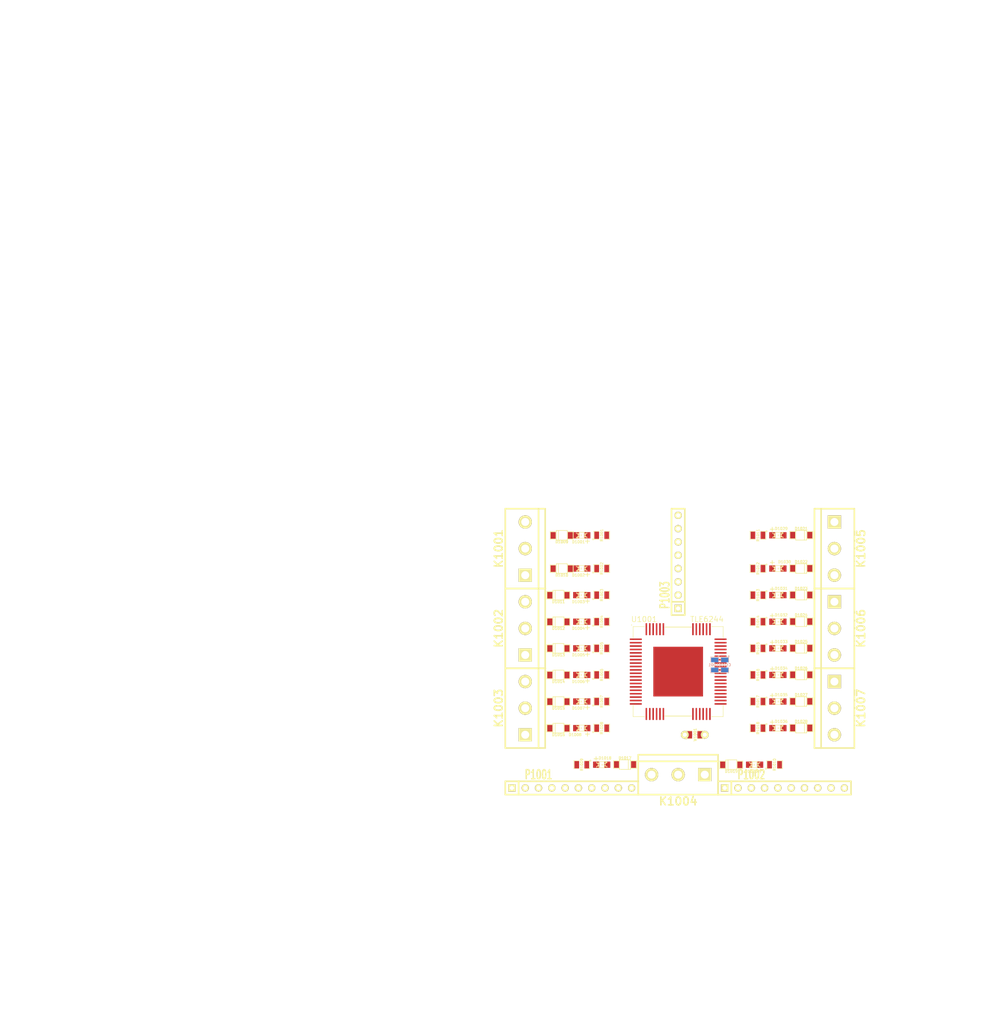
<source format=kicad_pcb>
(kicad_pcb (version 3) (host pcbnew "(2013-07-07 BZR 4022)-stable")
  (title_block (title "Breakout TLE6244") (rev R.01) (company http://rusefi.com/))
  (layers (15 F.Cu signal) (2 PWR power) (1 GND power) (0 B.Cu signal) (18 B.Paste user) (19 F.Paste user) (20 B.SilkS user) (21 F.SilkS user) (22 B.Mask user) (23 F.Mask user) (28 Edge.Cuts user))
  (net 0 "")
  (net 1 /5v)
  (net 2 /GNDmon)
  (net 3 /RST)
  (net 4 /SCK)
  (net 5 /SI)
  (net 6 /SO)
  (net 7 /SS)
  (net 8 /Ubatt)
  (net 9 /VDDmon)
  (net 10 /in01)
  (net 11 /in02)
  (net 12 /in03)
  (net 13 /in04)
  (net 14 /in05)
  (net 15 /in06)
  (net 16 /in07)
  (net 17 /in08)
  (net 18 /in09)
  (net 19 /in10)
  (net 20 /in11)
  (net 21 /in12)
  (net 22 /in13)
  (net 23 /in14)
  (net 24 /in15)
  (net 25 /in16)
  (net 26 /out01)
  (net 27 /out02)
  (net 28 /out03)
  (net 29 /out04)
  (net 30 /out05)
  (net 31 /out06)
  (net 32 /out07)
  (net 33 /out08)
  (net 34 /out09)
  (net 35 /out10)
  (net 36 /out11)
  (net 37 /out12)
  (net 38 /out13)
  (net 39 /out14)
  (net 40 /out15)
  (net 41 /out16)
  (net 42 /out17)
  (net 43 /out18)
  (net 44 GND)
  (net 45 N-0000030)
  (net 46 N-0000031)
  (net 47 N-0000032)
  (net 48 N-0000033)
  (net 49 N-0000035)
  (net 50 N-0000036)
  (net 51 N-0000043)
  (net 52 N-0000044)
  (net 53 N-0000045)
  (net 54 N-0000046)
  (net 55 N-0000047)
  (net 56 N-0000048)
  (net 57 N-0000064)
  (net 58 N-0000065)
  (net 59 N-0000066)
  (net 60 N-0000067)
  (net 61 N-0000068)
  (net 62 N-0000069)
  (net 63 N-0000070)
  (net 64 N-0000071)
  (net 65 N-0000072)
  (net 66 N-0000073)
  (net 67 N-0000074)
  (net 68 N-0000075)
  (net 69 N-0000076)
  (net 70 N-0000077)
  (net 71 N-0000078)
  (net 72 N-0000079)
  (net 73 N-0000080)
  (net 74 N-0000081)
  (net 75 N-0000082)
  (net 76 N-0000083)
  (net 77 N-0000084)
  (net 78 N-0000086)
  (net 79 N-0000087)
  (net 80 N-0000088)
  (module SOD-123 (layer F.Cu) (at 203.2 149.225 180)
    (fp_text reference D1014 (at 0 -1.27 180) (layer F.SilkS) (effects (font (size 0.508 0.508) (thickness 0.127))))
    (fp_text value DIODE hide)
    (pad 1 smd rect (at -1.6256 -0.0254 180) (size 0.9652 1.27) (layers F.Cu F.Paste F.Mask) (net 69 N-0000076))
    (pad 2 smd rect (at 1.651 -0.0254 180) (size 0.9652 1.27) (layers F.Cu F.Paste F.Mask) (net 38 /out13))
  )
  (module SOD-123 (layer F.Cu) (at 249.555 154.305)
    (fp_text reference D1027 (at 0 -1.27) (layer F.SilkS) (effects (font (size 0.508 0.508) (thickness 0.127))))
    (fp_text value DIODE hide)
    (pad 1 smd rect (at -1.6256 -0.0254) (size 0.9652 1.27) (layers F.Cu F.Paste F.Mask) (net 57 N-0000064))
    (pad 2 smd rect (at 1.651 -0.0254) (size 0.9652 1.27) (layers F.Cu F.Paste F.Mask) (net 31 /out06))
  )
  (module SOD-123 (layer F.Cu) (at 249.555 149.225)
    (fp_text reference D1026 (at 0 -1.27) (layer F.SilkS) (effects (font (size 0.508 0.508) (thickness 0.127))))
    (fp_text value DIODE hide)
    (pad 1 smd rect (at -1.6256 -0.0254) (size 0.9652 1.27) (layers F.Cu F.Paste F.Mask) (net 62 N-0000069))
    (pad 2 smd rect (at 1.651 -0.0254) (size 0.9652 1.27) (layers F.Cu F.Paste F.Mask) (net 39 /out14))
  )
  (module SOD-123 (layer F.Cu) (at 249.555 144.145)
    (fp_text reference D1025 (at 0 -1.27) (layer F.SilkS) (effects (font (size 0.508 0.508) (thickness 0.127))))
    (fp_text value DIODE hide)
    (pad 1 smd rect (at -1.6256 -0.0254) (size 0.9652 1.27) (layers F.Cu F.Paste F.Mask) (net 64 N-0000071))
    (pad 2 smd rect (at 1.651 -0.0254) (size 0.9652 1.27) (layers F.Cu F.Paste F.Mask) (net 29 /out04))
  )
  (module SOD-123 (layer F.Cu) (at 249.555 159.385)
    (fp_text reference D1028 (at 0 -1.27) (layer F.SilkS) (effects (font (size 0.508 0.508) (thickness 0.127))))
    (fp_text value DIODE hide)
    (pad 1 smd rect (at -1.6256 -0.0254) (size 0.9652 1.27) (layers F.Cu F.Paste F.Mask) (net 58 N-0000065))
    (pad 2 smd rect (at 1.651 -0.0254) (size 0.9652 1.27) (layers F.Cu F.Paste F.Mask) (net 35 /out10))
  )
  (module SOD-123 (layer F.Cu) (at 249.555 139.065)
    (fp_text reference D1024 (at 0 -1.27) (layer F.SilkS) (effects (font (size 0.508 0.508) (thickness 0.127))))
    (fp_text value DIODE hide)
    (pad 1 smd rect (at -1.6256 -0.0254) (size 0.9652 1.27) (layers F.Cu F.Paste F.Mask) (net 76 N-0000083))
    (pad 2 smd rect (at 1.651 -0.0254) (size 0.9652 1.27) (layers F.Cu F.Paste F.Mask) (net 27 /out02))
  )
  (module SOD-123 (layer F.Cu) (at 203.835 128.905 180)
    (fp_text reference D1010 (at 0 -1.27 180) (layer F.SilkS) (effects (font (size 0.508 0.508) (thickness 0.127))))
    (fp_text value DIODE hide)
    (pad 1 smd rect (at -1.6256 -0.0254 180) (size 0.9652 1.27) (layers F.Cu F.Paste F.Mask) (net 51 N-0000043))
    (pad 2 smd rect (at 1.651 -0.0254 180) (size 0.9652 1.27) (layers F.Cu F.Paste F.Mask) (net 40 /out15))
  )
  (module SOD-123 (layer F.Cu) (at 249.555 133.985)
    (fp_text reference D1023 (at 0 -1.27) (layer F.SilkS) (effects (font (size 0.508 0.508) (thickness 0.127))))
    (fp_text value DIODE hide)
    (pad 1 smd rect (at -1.6256 -0.0254) (size 0.9652 1.27) (layers F.Cu F.Paste F.Mask) (net 74 N-0000081))
    (pad 2 smd rect (at 1.651 -0.0254) (size 0.9652 1.27) (layers F.Cu F.Paste F.Mask) (net 37 /out12))
  )
  (module SOD-123 (layer F.Cu) (at 203.2 159.385 180)
    (fp_text reference D1016 (at 0 -1.27 180) (layer F.SilkS) (effects (font (size 0.508 0.508) (thickness 0.127))))
    (fp_text value DIODE hide)
    (pad 1 smd rect (at -1.6256 -0.0254 180) (size 0.9652 1.27) (layers F.Cu F.Paste F.Mask) (net 79 N-0000087))
    (pad 2 smd rect (at 1.651 -0.0254 180) (size 0.9652 1.27) (layers F.Cu F.Paste F.Mask) (net 34 /out09))
  )
  (module SOD-123 (layer F.Cu) (at 236.22 166.37 180)
    (fp_text reference D1019 (at 0 -1.27 180) (layer F.SilkS) (effects (font (size 0.508 0.508) (thickness 0.127))))
    (fp_text value DIODE hide)
    (pad 1 smd rect (at -1.6256 -0.0254 180) (size 0.9652 1.27) (layers F.Cu F.Paste F.Mask) (net 65 N-0000072))
    (pad 2 smd rect (at 1.651 -0.0254 180) (size 0.9652 1.27) (layers F.Cu F.Paste F.Mask) (net 43 /out18))
  )
  (module SOD-123 (layer F.Cu) (at 203.2 154.305 180)
    (fp_text reference D1015 (at 0 -1.27 180) (layer F.SilkS) (effects (font (size 0.508 0.508) (thickness 0.127))))
    (fp_text value DIODE hide)
    (pad 1 smd rect (at -1.6256 -0.0254 180) (size 0.9652 1.27) (layers F.Cu F.Paste F.Mask) (net 67 N-0000074))
    (pad 2 smd rect (at 1.651 -0.0254 180) (size 0.9652 1.27) (layers F.Cu F.Paste F.Mask) (net 30 /out05))
  )
  (module SOD-123 (layer F.Cu) (at 203.835 122.555 180)
    (fp_text reference D1009 (at 0 -1.27 180) (layer F.SilkS) (effects (font (size 0.508 0.508) (thickness 0.127))))
    (fp_text value DIODE hide)
    (pad 1 smd rect (at -1.6256 -0.0254 180) (size 0.9652 1.27) (layers F.Cu F.Paste F.Mask) (net 47 N-0000032))
    (pad 2 smd rect (at 1.651 -0.0254 180) (size 0.9652 1.27) (layers F.Cu F.Paste F.Mask) (net 32 /out07))
  )
  (module SOD-123 (layer F.Cu) (at 203.2 144.145 180)
    (fp_text reference D1013 (at 0 -1.27 180) (layer F.SilkS) (effects (font (size 0.508 0.508) (thickness 0.127))))
    (fp_text value DIODE hide)
    (pad 1 smd rect (at -1.6256 -0.0254 180) (size 0.9652 1.27) (layers F.Cu F.Paste F.Mask) (net 66 N-0000073))
    (pad 2 smd rect (at 1.651 -0.0254 180) (size 0.9652 1.27) (layers F.Cu F.Paste F.Mask) (net 28 /out03))
  )
  (module SOD-123 (layer F.Cu) (at 203.2 139.065 180)
    (fp_text reference D1012 (at 0 -1.27 180) (layer F.SilkS) (effects (font (size 0.508 0.508) (thickness 0.127))))
    (fp_text value DIODE hide)
    (pad 1 smd rect (at -1.6256 -0.0254 180) (size 0.9652 1.27) (layers F.Cu F.Paste F.Mask) (net 72 N-0000079))
    (pad 2 smd rect (at 1.651 -0.0254 180) (size 0.9652 1.27) (layers F.Cu F.Paste F.Mask) (net 26 /out01))
  )
  (module SOD-123 (layer F.Cu) (at 203.2 133.985 180)
    (fp_text reference D1011 (at 0 -1.27 180) (layer F.SilkS) (effects (font (size 0.508 0.508) (thickness 0.127))))
    (fp_text value DIODE hide)
    (pad 1 smd rect (at -1.6256 -0.0254 180) (size 0.9652 1.27) (layers F.Cu F.Paste F.Mask) (net 52 N-0000044))
    (pad 2 smd rect (at 1.651 -0.0254 180) (size 0.9652 1.27) (layers F.Cu F.Paste F.Mask) (net 36 /out11))
  )
  (module SOD-123 (layer F.Cu) (at 215.9 166.37)
    (fp_text reference D1017 (at 0 -1.27) (layer F.SilkS) (effects (font (size 0.508 0.508) (thickness 0.127))))
    (fp_text value DIODE hide)
    (pad 1 smd rect (at -1.6256 -0.0254) (size 0.9652 1.27) (layers F.Cu F.Paste F.Mask) (net 49 N-0000035))
    (pad 2 smd rect (at 1.651 -0.0254) (size 0.9652 1.27) (layers F.Cu F.Paste F.Mask) (net 42 /out17))
  )
  (module SOD-123 (layer F.Cu) (at 249.555 128.905)
    (fp_text reference D1022 (at 0 -1.27) (layer F.SilkS) (effects (font (size 0.508 0.508) (thickness 0.127))))
    (fp_text value DIODE hide)
    (pad 1 smd rect (at -1.6256 -0.0254) (size 0.9652 1.27) (layers F.Cu F.Paste F.Mask) (net 54 N-0000046))
    (pad 2 smd rect (at 1.651 -0.0254) (size 0.9652 1.27) (layers F.Cu F.Paste F.Mask) (net 41 /out16))
  )
  (module SOD-123 (layer F.Cu) (at 249.555 122.555)
    (fp_text reference D1021 (at 0 -1.27) (layer F.SilkS) (effects (font (size 0.508 0.508) (thickness 0.127))))
    (fp_text value DIODE hide)
    (pad 1 smd rect (at -1.6256 -0.0254) (size 0.9652 1.27) (layers F.Cu F.Paste F.Mask) (net 45 N-0000030))
    (pad 2 smd rect (at 1.651 -0.0254) (size 0.9652 1.27) (layers F.Cu F.Paste F.Mask) (net 33 /out08))
  )
  (module SM0805_jumper (layer F.Cu) (at 229.235 160.655)
    (fp_text reference W1001 (at 0.0635 0 90) (layer F.SilkS) (effects (font (size 0.508 0.508) (thickness 0.127))))
    (fp_text value TEST hide)
    (pad 2 smd rect (at 1.27 0) (size 1.524 0.2032) (layers F.Cu F.Paste F.Mask) (net 2 /GNDmon))
    (pad 1 smd rect (at -0.9525 0) (size 0.889 1.397) (layers F.Cu F.Paste F.Mask) (net 44 GND))
    (pad 2 smd rect (at 0.9525 0) (size 0.889 1.397) (layers F.Cu F.Paste F.Mask) (net 2 /GNDmon))
    (pad 2 thru_hole circle (at 1.905 0) (size 1.524 1.524) (drill 0.8128) (layers *.Cu *.Mask F.SilkS) (net 2 /GNDmon))
    (pad 1 thru_hole circle (at -1.905 0) (size 1.524 1.524) (drill 0.8128) (layers *.Cu *.Mask F.SilkS) (net 44 GND))
    (pad 1 smd rect (at -1.27 0) (size 1.524 0.2032) (layers F.Cu F.Paste F.Mask) (net 44 GND))
  )
  (module SM0805 (layer F.Cu) (at 241.3 133.985 180)
    (fp_text reference R1013 (at 0 0 270) (layer F.SilkS) (effects (font (size 0.50038 0.50038) (thickness 0.10922))))
    (fp_text value 1K hide)
    (pad 1 smd rect (at -0.9525 0 180) (size 0.889 1.397) (layers F.Cu F.Paste F.Mask) (net 78 N-0000086))
    (pad 2 smd rect (at 0.9525 0 180) (size 0.889 1.397) (layers F.Cu F.Paste F.Mask) (net 1 /5v))
  )
  (module SM0805 (layer F.Cu) (at 241.3 154.305 180)
    (fp_text reference R1017 (at 0 0 270) (layer F.SilkS) (effects (font (size 0.50038 0.50038) (thickness 0.10922))))
    (fp_text value 1K hide)
    (pad 1 smd rect (at -0.9525 0 180) (size 0.889 1.397) (layers F.Cu F.Paste F.Mask) (net 61 N-0000068))
    (pad 2 smd rect (at 0.9525 0 180) (size 0.889 1.397) (layers F.Cu F.Paste F.Mask) (net 1 /5v))
  )
  (module SM0805 (layer F.Cu) (at 207.645 166.37 180)
    (fp_text reference R1009 (at 0 0 270) (layer F.SilkS) (effects (font (size 0.50038 0.50038) (thickness 0.10922))))
    (fp_text value 1K hide)
    (pad 1 smd rect (at -0.9525 0 180) (size 0.889 1.397) (layers F.Cu F.Paste F.Mask) (net 50 N-0000036))
    (pad 2 smd rect (at 0.9525 0 180) (size 0.889 1.397) (layers F.Cu F.Paste F.Mask) (net 1 /5v))
  )
  (module SM0805 (layer F.Cu) (at 241.3 159.385 180)
    (fp_text reference R1018 (at 0 0 270) (layer F.SilkS) (effects (font (size 0.50038 0.50038) (thickness 0.10922))))
    (fp_text value 1K hide)
    (pad 1 smd rect (at -0.9525 0 180) (size 0.889 1.397) (layers F.Cu F.Paste F.Mask) (net 59 N-0000066))
    (pad 2 smd rect (at 0.9525 0 180) (size 0.889 1.397) (layers F.Cu F.Paste F.Mask) (net 1 /5v))
  )
  (module SM0805 (layer F.Cu) (at 241.3 149.225 180)
    (fp_text reference R1016 (at 0 0 270) (layer F.SilkS) (effects (font (size 0.50038 0.50038) (thickness 0.10922))))
    (fp_text value 1K hide)
    (pad 1 smd rect (at -0.9525 0 180) (size 0.889 1.397) (layers F.Cu F.Paste F.Mask) (net 63 N-0000070))
    (pad 2 smd rect (at 0.9525 0 180) (size 0.889 1.397) (layers F.Cu F.Paste F.Mask) (net 1 /5v))
  )
  (module SM0805 (layer F.Cu) (at 241.3 144.145 180)
    (fp_text reference R1015 (at 0 0 270) (layer F.SilkS) (effects (font (size 0.50038 0.50038) (thickness 0.10922))))
    (fp_text value 1K hide)
    (pad 1 smd rect (at -0.9525 0 180) (size 0.889 1.397) (layers F.Cu F.Paste F.Mask) (net 75 N-0000082))
    (pad 2 smd rect (at 0.9525 0 180) (size 0.889 1.397) (layers F.Cu F.Paste F.Mask) (net 1 /5v))
  )
  (module SM0805 (layer F.Cu) (at 211.455 128.905)
    (fp_text reference R1002 (at 0 0 90) (layer F.SilkS) (effects (font (size 0.50038 0.50038) (thickness 0.10922))))
    (fp_text value 1K hide)
    (pad 1 smd rect (at -0.9525 0) (size 0.889 1.397) (layers F.Cu F.Paste F.Mask) (net 56 N-0000048))
    (pad 2 smd rect (at 0.9525 0) (size 0.889 1.397) (layers F.Cu F.Paste F.Mask) (net 1 /5v))
  )
  (module SM0805 (layer B.Cu) (at 233.045 147.32 270)
    (fp_text reference C1001 (at 0 0 540) (layer B.SilkS) (effects (font (size 0.50038 0.50038) (thickness 0.10922)) (justify mirror)))
    (fp_text value 1uF hide)
    (pad 1 smd rect (at -0.9525 0 270) (size 0.889 1.397) (layers B.Cu B.Paste B.Mask) (net 1 /5v))
    (pad 2 smd rect (at 0.9525 0 270) (size 0.889 1.397) (layers B.Cu B.Paste B.Mask) (net 44 GND))
  )
  (module SM0805 (layer F.Cu) (at 241.3 139.065 180)
    (fp_text reference R1014 (at 0 0 270) (layer F.SilkS) (effects (font (size 0.50038 0.50038) (thickness 0.10922))))
    (fp_text value 1K hide)
    (pad 1 smd rect (at -0.9525 0 180) (size 0.889 1.397) (layers F.Cu F.Paste F.Mask) (net 77 N-0000084))
    (pad 2 smd rect (at 0.9525 0 180) (size 0.889 1.397) (layers F.Cu F.Paste F.Mask) (net 1 /5v))
  )
  (module SM0805 (layer F.Cu) (at 241.3 128.905 180)
    (fp_text reference R1012 (at 0 0 270) (layer F.SilkS) (effects (font (size 0.50038 0.50038) (thickness 0.10922))))
    (fp_text value 1K hide)
    (pad 1 smd rect (at -0.9525 0 180) (size 0.889 1.397) (layers F.Cu F.Paste F.Mask) (net 55 N-0000047))
    (pad 2 smd rect (at 0.9525 0 180) (size 0.889 1.397) (layers F.Cu F.Paste F.Mask) (net 1 /5v))
  )
  (module SM0805 (layer F.Cu) (at 244.475 166.37)
    (fp_text reference R1010 (at 0 0 90) (layer F.SilkS) (effects (font (size 0.50038 0.50038) (thickness 0.10922))))
    (fp_text value 1K hide)
    (pad 1 smd rect (at -0.9525 0) (size 0.889 1.397) (layers F.Cu F.Paste F.Mask) (net 60 N-0000067))
    (pad 2 smd rect (at 0.9525 0) (size 0.889 1.397) (layers F.Cu F.Paste F.Mask) (net 1 /5v))
  )
  (module SM0805 (layer B.Cu) (at 234.95 147.32 270)
    (fp_text reference C1002 (at 0 0 540) (layer B.SilkS) (effects (font (size 0.50038 0.50038) (thickness 0.10922)) (justify mirror)))
    (fp_text value .01uF hide)
    (pad 1 smd rect (at -0.9525 0 270) (size 0.889 1.397) (layers B.Cu B.Paste B.Mask) (net 1 /5v))
    (pad 2 smd rect (at 0.9525 0 270) (size 0.889 1.397) (layers B.Cu B.Paste B.Mask) (net 44 GND))
  )
  (module SM0805 (layer F.Cu) (at 211.455 159.385)
    (fp_text reference R1008 (at 0 0 90) (layer F.SilkS) (effects (font (size 0.50038 0.50038) (thickness 0.10922))))
    (fp_text value 1K hide)
    (pad 1 smd rect (at -0.9525 0) (size 0.889 1.397) (layers F.Cu F.Paste F.Mask) (net 80 N-0000088))
    (pad 2 smd rect (at 0.9525 0) (size 0.889 1.397) (layers F.Cu F.Paste F.Mask) (net 1 /5v))
  )
  (module SM0805 (layer F.Cu) (at 211.455 133.985)
    (fp_text reference R1003 (at 0 0 90) (layer F.SilkS) (effects (font (size 0.50038 0.50038) (thickness 0.10922))))
    (fp_text value 1K hide)
    (pad 1 smd rect (at -0.9525 0) (size 0.889 1.397) (layers F.Cu F.Paste F.Mask) (net 53 N-0000045))
    (pad 2 smd rect (at 0.9525 0) (size 0.889 1.397) (layers F.Cu F.Paste F.Mask) (net 1 /5v))
  )
  (module SM0805 (layer F.Cu) (at 211.455 122.555)
    (fp_text reference R1001 (at 0 0 90) (layer F.SilkS) (effects (font (size 0.50038 0.50038) (thickness 0.10922))))
    (fp_text value 1K hide)
    (pad 1 smd rect (at -0.9525 0) (size 0.889 1.397) (layers F.Cu F.Paste F.Mask) (net 48 N-0000033))
    (pad 2 smd rect (at 0.9525 0) (size 0.889 1.397) (layers F.Cu F.Paste F.Mask) (net 1 /5v))
  )
  (module SM0805 (layer F.Cu) (at 211.455 154.305)
    (fp_text reference R1007 (at 0 0 90) (layer F.SilkS) (effects (font (size 0.50038 0.50038) (thickness 0.10922))))
    (fp_text value 1K hide)
    (pad 1 smd rect (at -0.9525 0) (size 0.889 1.397) (layers F.Cu F.Paste F.Mask) (net 68 N-0000075))
    (pad 2 smd rect (at 0.9525 0) (size 0.889 1.397) (layers F.Cu F.Paste F.Mask) (net 1 /5v))
  )
  (module SM0805 (layer F.Cu) (at 211.455 149.225)
    (fp_text reference R1006 (at 0 0 90) (layer F.SilkS) (effects (font (size 0.50038 0.50038) (thickness 0.10922))))
    (fp_text value 1K hide)
    (pad 1 smd rect (at -0.9525 0) (size 0.889 1.397) (layers F.Cu F.Paste F.Mask) (net 70 N-0000077))
    (pad 2 smd rect (at 0.9525 0) (size 0.889 1.397) (layers F.Cu F.Paste F.Mask) (net 1 /5v))
  )
  (module SM0805 (layer F.Cu) (at 241.3 122.555 180)
    (fp_text reference R1011 (at 0 0 270) (layer F.SilkS) (effects (font (size 0.50038 0.50038) (thickness 0.10922))))
    (fp_text value 1K hide)
    (pad 1 smd rect (at -0.9525 0 180) (size 0.889 1.397) (layers F.Cu F.Paste F.Mask) (net 46 N-0000031))
    (pad 2 smd rect (at 0.9525 0 180) (size 0.889 1.397) (layers F.Cu F.Paste F.Mask) (net 1 /5v))
  )
  (module SM0805 (layer F.Cu) (at 211.455 144.145)
    (fp_text reference R1005 (at 0 0 90) (layer F.SilkS) (effects (font (size 0.50038 0.50038) (thickness 0.10922))))
    (fp_text value 1K hide)
    (pad 1 smd rect (at -0.9525 0) (size 0.889 1.397) (layers F.Cu F.Paste F.Mask) (net 71 N-0000078))
    (pad 2 smd rect (at 0.9525 0) (size 0.889 1.397) (layers F.Cu F.Paste F.Mask) (net 1 /5v))
  )
  (module SM0805 (layer F.Cu) (at 211.455 139.065)
    (fp_text reference R1004 (at 0 0 90) (layer F.SilkS) (effects (font (size 0.50038 0.50038) (thickness 0.10922))))
    (fp_text value 1K hide)
    (pad 1 smd rect (at -0.9525 0) (size 0.889 1.397) (layers F.Cu F.Paste F.Mask) (net 73 N-0000080))
    (pad 2 smd rect (at 0.9525 0) (size 0.889 1.397) (layers F.Cu F.Paste F.Mask) (net 1 /5v))
  )
  (module SIL-8 (layer F.Cu) (at 226.06 127.635 90)
    (fp_text reference P1003 (at -6.35 -2.54 90) (layer F.SilkS) (effects (font (size 1.72974 1.08712) (thickness 0.3048))))
    (fp_text value CONN_8 hide)
    (pad 1 thru_hole rect (at -8.89 0 90) (size 1.397 1.397) (drill 0.8128) (layers *.Cu *.Mask F.SilkS) (net 7 /SS))
    (pad 2 thru_hole circle (at -6.35 0 90) (size 1.397 1.397) (drill 0.8128) (layers *.Cu *.Mask F.SilkS) (net 5 /SI))
    (pad 3 thru_hole circle (at -3.81 0 90) (size 1.397 1.397) (drill 0.8128) (layers *.Cu *.Mask F.SilkS) (net 4 /SCK))
    (pad 4 thru_hole circle (at -1.27 0 90) (size 1.397 1.397) (drill 0.8128) (layers *.Cu *.Mask F.SilkS) (net 6 /SO))
    (pad 5 thru_hole circle (at 1.27 0 90) (size 1.397 1.397) (drill 0.8128) (layers *.Cu *.Mask F.SilkS) (net 44 GND))
    (pad 6 thru_hole circle (at 3.81 0 90) (size 1.397 1.397) (drill 0.8128) (layers *.Cu *.Mask F.SilkS) (net 3 /RST))
    (pad 7 thru_hole circle (at 6.35 0 90) (size 1.397 1.397) (drill 0.8128) (layers *.Cu *.Mask F.SilkS) (net 9 /VDDmon))
    (pad 8 thru_hole circle (at 8.89 0 90) (size 1.397 1.397) (drill 0.8128) (layers *.Cu *.Mask F.SilkS))
  )
  (module SIL-10 (layer F.Cu) (at 205.74 170.815)
    (fp_text reference P1001 (at -6.35 -2.54) (layer F.SilkS) (effects (font (size 1.72974 1.08712) (thickness 0.3048))))
    (fp_text value CONN_10 hide)
    (pad 1 thru_hole rect (at -11.43 0) (size 1.397 1.397) (drill 0.8128) (layers *.Cu *.Mask F.SilkS) (net 20 /in11))
    (pad 2 thru_hole circle (at -8.89 0) (size 1.397 1.397) (drill 0.8128) (layers *.Cu *.Mask F.SilkS) (net 21 /in12))
    (pad 3 thru_hole circle (at -6.35 0) (size 1.397 1.397) (drill 0.8128) (layers *.Cu *.Mask F.SilkS) (net 22 /in13))
    (pad 4 thru_hole circle (at -3.81 0) (size 1.397 1.397) (drill 0.8128) (layers *.Cu *.Mask F.SilkS) (net 23 /in14))
    (pad 5 thru_hole circle (at -1.27 0) (size 1.397 1.397) (drill 0.8128) (layers *.Cu *.Mask F.SilkS) (net 24 /in15))
    (pad 6 thru_hole circle (at 1.27 0) (size 1.397 1.397) (drill 0.8128) (layers *.Cu *.Mask F.SilkS) (net 25 /in16))
    (pad 7 thru_hole circle (at 3.81 0) (size 1.397 1.397) (drill 0.8128) (layers *.Cu *.Mask F.SilkS))
    (pad 8 thru_hole circle (at 6.35 0) (size 1.397 1.397) (drill 0.8128) (layers *.Cu *.Mask F.SilkS))
    (pad 9 thru_hole circle (at 8.89 0) (size 1.397 1.397) (drill 0.8128) (layers *.Cu *.Mask F.SilkS) (net 44 GND))
    (pad 10 thru_hole circle (at 11.43 0) (size 1.397 1.397) (drill 0.8128) (layers *.Cu *.Mask F.SilkS) (net 1 /5v))
  )
  (module SIL-10 (layer F.Cu) (at 246.38 170.815)
    (fp_text reference P1002 (at -6.35 -2.54) (layer F.SilkS) (effects (font (size 1.72974 1.08712) (thickness 0.3048))))
    (fp_text value CONN_10 hide)
    (pad 1 thru_hole rect (at -11.43 0) (size 1.397 1.397) (drill 0.8128) (layers *.Cu *.Mask F.SilkS) (net 10 /in01))
    (pad 2 thru_hole circle (at -8.89 0) (size 1.397 1.397) (drill 0.8128) (layers *.Cu *.Mask F.SilkS) (net 11 /in02))
    (pad 3 thru_hole circle (at -6.35 0) (size 1.397 1.397) (drill 0.8128) (layers *.Cu *.Mask F.SilkS) (net 12 /in03))
    (pad 4 thru_hole circle (at -3.81 0) (size 1.397 1.397) (drill 0.8128) (layers *.Cu *.Mask F.SilkS) (net 13 /in04))
    (pad 5 thru_hole circle (at -1.27 0) (size 1.397 1.397) (drill 0.8128) (layers *.Cu *.Mask F.SilkS) (net 14 /in05))
    (pad 6 thru_hole circle (at 1.27 0) (size 1.397 1.397) (drill 0.8128) (layers *.Cu *.Mask F.SilkS) (net 15 /in06))
    (pad 7 thru_hole circle (at 3.81 0) (size 1.397 1.397) (drill 0.8128) (layers *.Cu *.Mask F.SilkS) (net 16 /in07))
    (pad 8 thru_hole circle (at 6.35 0) (size 1.397 1.397) (drill 0.8128) (layers *.Cu *.Mask F.SilkS) (net 17 /in08))
    (pad 9 thru_hole circle (at 8.89 0) (size 1.397 1.397) (drill 0.8128) (layers *.Cu *.Mask F.SilkS) (net 18 /in09))
    (pad 10 thru_hole circle (at 11.43 0) (size 1.397 1.397) (drill 0.8128) (layers *.Cu *.Mask F.SilkS) (net 19 /in10))
  )
  (module LED-0805_A (layer F.Cu) (at 211.455 166.37)
    (fp_text reference D1018 (at 0.635 -1.27) (layer F.SilkS) (effects (font (size 0.508 0.508) (thickness 0.10922))))
    (fp_text value LED-red hide)
    (pad 1 smd rect (at -1.04902 0) (size 1.19888 1.19888) (layers F.Cu F.Paste F.Mask) (net 50 N-0000036))
    (pad 2 smd rect (at 1.04902 0) (size 1.19888 1.19888) (layers F.Cu F.Paste F.Mask) (net 49 N-0000035))
  )
  (module LED-0805_A (layer F.Cu) (at 245.11 122.555)
    (fp_text reference D1029 (at 0.635 -1.27) (layer F.SilkS) (effects (font (size 0.508 0.508) (thickness 0.10922))))
    (fp_text value LED-red hide)
    (pad 1 smd rect (at -1.04902 0) (size 1.19888 1.19888) (layers F.Cu F.Paste F.Mask) (net 46 N-0000031))
    (pad 2 smd rect (at 1.04902 0) (size 1.19888 1.19888) (layers F.Cu F.Paste F.Mask) (net 45 N-0000030))
  )
  (module LED-0805_A (layer F.Cu) (at 207.645 144.145 180)
    (fp_text reference D1005 (at 0.635 -1.27 180) (layer F.SilkS) (effects (font (size 0.508 0.508) (thickness 0.10922))))
    (fp_text value LED-red hide)
    (pad 1 smd rect (at -1.04902 0 180) (size 1.19888 1.19888) (layers F.Cu F.Paste F.Mask) (net 71 N-0000078))
    (pad 2 smd rect (at 1.04902 0 180) (size 1.19888 1.19888) (layers F.Cu F.Paste F.Mask) (net 66 N-0000073))
  )
  (module LED-0805_A (layer F.Cu) (at 207.645 149.225 180)
    (fp_text reference D1006 (at 0.635 -1.27 180) (layer F.SilkS) (effects (font (size 0.508 0.508) (thickness 0.10922))))
    (fp_text value LED-red hide)
    (pad 1 smd rect (at -1.04902 0 180) (size 1.19888 1.19888) (layers F.Cu F.Paste F.Mask) (net 70 N-0000077))
    (pad 2 smd rect (at 1.04902 0 180) (size 1.19888 1.19888) (layers F.Cu F.Paste F.Mask) (net 69 N-0000076))
  )
  (module LED-0805_A (layer F.Cu) (at 207.645 122.555 180)
    (fp_text reference D1001 (at 0.635 -1.27 180) (layer F.SilkS) (effects (font (size 0.508 0.508) (thickness 0.10922))))
    (fp_text value LED-red hide)
    (pad 1 smd rect (at -1.04902 0 180) (size 1.19888 1.19888) (layers F.Cu F.Paste F.Mask) (net 48 N-0000033))
    (pad 2 smd rect (at 1.04902 0 180) (size 1.19888 1.19888) (layers F.Cu F.Paste F.Mask) (net 47 N-0000032))
  )
  (module LED-0805_A (layer F.Cu) (at 207.645 154.305 180)
    (fp_text reference D1007 (at 0.635 -1.27 180) (layer F.SilkS) (effects (font (size 0.508 0.508) (thickness 0.10922))))
    (fp_text value LED-red hide)
    (pad 1 smd rect (at -1.04902 0 180) (size 1.19888 1.19888) (layers F.Cu F.Paste F.Mask) (net 68 N-0000075))
    (pad 2 smd rect (at 1.04902 0 180) (size 1.19888 1.19888) (layers F.Cu F.Paste F.Mask) (net 67 N-0000074))
  )
  (module LED-0805_A (layer F.Cu) (at 207.645 139.065 180)
    (fp_text reference D1004 (at 0.635 -1.27 180) (layer F.SilkS) (effects (font (size 0.508 0.508) (thickness 0.10922))))
    (fp_text value LED-red hide)
    (pad 1 smd rect (at -1.04902 0 180) (size 1.19888 1.19888) (layers F.Cu F.Paste F.Mask) (net 73 N-0000080))
    (pad 2 smd rect (at 1.04902 0 180) (size 1.19888 1.19888) (layers F.Cu F.Paste F.Mask) (net 72 N-0000079))
  )
  (module LED-0805_A (layer F.Cu) (at 207.645 133.985 180)
    (fp_text reference D1003 (at 0.635 -1.27 180) (layer F.SilkS) (effects (font (size 0.508 0.508) (thickness 0.10922))))
    (fp_text value LED-red hide)
    (pad 1 smd rect (at -1.04902 0 180) (size 1.19888 1.19888) (layers F.Cu F.Paste F.Mask) (net 53 N-0000045))
    (pad 2 smd rect (at 1.04902 0 180) (size 1.19888 1.19888) (layers F.Cu F.Paste F.Mask) (net 52 N-0000044))
  )
  (module LED-0805_A (layer F.Cu) (at 245.11 128.905)
    (fp_text reference D1030 (at 1.27 -1.27) (layer F.SilkS) (effects (font (size 0.508 0.508) (thickness 0.10922))))
    (fp_text value LED-red hide)
    (pad 1 smd rect (at -1.04902 0) (size 1.19888 1.19888) (layers F.Cu F.Paste F.Mask) (net 55 N-0000047))
    (pad 2 smd rect (at 1.04902 0) (size 1.19888 1.19888) (layers F.Cu F.Paste F.Mask) (net 54 N-0000046))
  )
  (module LED-0805_A (layer F.Cu) (at 207.645 128.905 180)
    (fp_text reference D1002 (at 0.635 -1.27 180) (layer F.SilkS) (effects (font (size 0.508 0.508) (thickness 0.10922))))
    (fp_text value LED-red hide)
    (pad 1 smd rect (at -1.04902 0 180) (size 1.19888 1.19888) (layers F.Cu F.Paste F.Mask) (net 56 N-0000048))
    (pad 2 smd rect (at 1.04902 0 180) (size 1.19888 1.19888) (layers F.Cu F.Paste F.Mask) (net 51 N-0000043))
  )
  (module LED-0805_A (layer F.Cu) (at 245.11 154.305)
    (fp_text reference D1035 (at 0.635 -1.27) (layer F.SilkS) (effects (font (size 0.508 0.508) (thickness 0.10922))))
    (fp_text value LED-red hide)
    (pad 1 smd rect (at -1.04902 0) (size 1.19888 1.19888) (layers F.Cu F.Paste F.Mask) (net 61 N-0000068))
    (pad 2 smd rect (at 1.04902 0) (size 1.19888 1.19888) (layers F.Cu F.Paste F.Mask) (net 57 N-0000064))
  )
  (module LED-0805_A (layer F.Cu) (at 207.645 159.385 180)
    (fp_text reference D1008 (at 1.27 -1.27 180) (layer F.SilkS) (effects (font (size 0.508 0.508) (thickness 0.10922))))
    (fp_text value LED-red hide)
    (pad 1 smd rect (at -1.04902 0 180) (size 1.19888 1.19888) (layers F.Cu F.Paste F.Mask) (net 80 N-0000088))
    (pad 2 smd rect (at 1.04902 0 180) (size 1.19888 1.19888) (layers F.Cu F.Paste F.Mask) (net 79 N-0000087))
  )
  (module LED-0805_A (layer F.Cu) (at 240.665 166.37 180)
    (fp_text reference D1020 (at 0.635 -1.27 180) (layer F.SilkS) (effects (font (size 0.508 0.508) (thickness 0.10922))))
    (fp_text value LED-red hide)
    (pad 1 smd rect (at -1.04902 0 180) (size 1.19888 1.19888) (layers F.Cu F.Paste F.Mask) (net 60 N-0000067))
    (pad 2 smd rect (at 1.04902 0 180) (size 1.19888 1.19888) (layers F.Cu F.Paste F.Mask) (net 65 N-0000072))
  )
  (module LED-0805_A (layer F.Cu) (at 245.11 133.985)
    (fp_text reference D1031 (at 0.635 -1.27) (layer F.SilkS) (effects (font (size 0.508 0.508) (thickness 0.10922))))
    (fp_text value LED-red hide)
    (pad 1 smd rect (at -1.04902 0) (size 1.19888 1.19888) (layers F.Cu F.Paste F.Mask) (net 78 N-0000086))
    (pad 2 smd rect (at 1.04902 0) (size 1.19888 1.19888) (layers F.Cu F.Paste F.Mask) (net 74 N-0000081))
  )
  (module LED-0805_A (layer F.Cu) (at 245.11 139.065)
    (fp_text reference D1032 (at 0.635 -1.27) (layer F.SilkS) (effects (font (size 0.508 0.508) (thickness 0.10922))))
    (fp_text value LED-red hide)
    (pad 1 smd rect (at -1.04902 0) (size 1.19888 1.19888) (layers F.Cu F.Paste F.Mask) (net 77 N-0000084))
    (pad 2 smd rect (at 1.04902 0) (size 1.19888 1.19888) (layers F.Cu F.Paste F.Mask) (net 76 N-0000083))
  )
  (module LED-0805_A (layer F.Cu) (at 245.11 144.145)
    (fp_text reference D1033 (at 0.635 -1.27) (layer F.SilkS) (effects (font (size 0.508 0.508) (thickness 0.10922))))
    (fp_text value LED-red hide)
    (pad 1 smd rect (at -1.04902 0) (size 1.19888 1.19888) (layers F.Cu F.Paste F.Mask) (net 75 N-0000082))
    (pad 2 smd rect (at 1.04902 0) (size 1.19888 1.19888) (layers F.Cu F.Paste F.Mask) (net 64 N-0000071))
  )
  (module LED-0805_A (layer F.Cu) (at 245.11 159.385)
    (fp_text reference D1036 (at 0.635 -1.27) (layer F.SilkS) (effects (font (size 0.508 0.508) (thickness 0.10922))))
    (fp_text value LED-red hide)
    (pad 1 smd rect (at -1.04902 0) (size 1.19888 1.19888) (layers F.Cu F.Paste F.Mask) (net 59 N-0000066))
    (pad 2 smd rect (at 1.04902 0) (size 1.19888 1.19888) (layers F.Cu F.Paste F.Mask) (net 58 N-0000065))
  )
  (module LED-0805_A (layer F.Cu) (at 245.11 149.225)
    (fp_text reference D1034 (at 0.635 -1.27) (layer F.SilkS) (effects (font (size 0.508 0.508) (thickness 0.10922))))
    (fp_text value LED-red hide)
    (pad 1 smd rect (at -1.04902 0) (size 1.19888 1.19888) (layers F.Cu F.Paste F.Mask) (net 63 N-0000070))
    (pad 2 smd rect (at 1.04902 0) (size 1.19888 1.19888) (layers F.Cu F.Paste F.Mask) (net 62 N-0000069))
  )
  (module HiQUAD64 (layer F.Cu) (at 226.06 148.59)
    (fp_text reference U1001 (at -6.5 -10) (layer F.SilkS) (effects (font (size 1.016 1.016) (thickness 0.127))))
    (fp_text value TLE6244 (at 5.5 -10) (layer F.SilkS) (effects (font (size 1.016 1.016) (thickness 0.127))))
    (pad 1 smd rect (at -8.09752 -6.17474 90) (size 0.29972 2.286) (layers F.Cu F.Paste F.Mask) (net 24 /in15))
    (pad 2 smd rect (at -8.09752 -5.5245 90) (size 0.29972 2.286) (layers F.Cu F.Paste F.Mask) (net 40 /out15))
    (pad 3 smd rect (at -8.09752 -4.87426 90) (size 0.29972 2.286) (layers F.Cu F.Paste F.Mask) (net 40 /out15))
    (pad 4 smd rect (at -8.09752 -4.22402 90) (size 0.29972 2.286) (layers F.Cu F.Paste F.Mask) (net 36 /out11))
    (pad 5 smd rect (at -8.09752 -3.57378 90) (size 0.29972 2.286) (layers F.Cu F.Paste F.Mask) (net 20 /in11))
    (pad 6 smd rect (at -8.09752 -2.92354 90) (size 0.29972 2.286) (layers F.Cu F.Paste F.Mask) (net 14 /in05))
    (pad 7 smd rect (at -8.09752 -2.2733 90) (size 0.29972 2.286) (layers F.Cu F.Paste F.Mask) (net 10 /in01))
    (pad 8 smd rect (at -8.09752 -1.62306 90) (size 0.29972 2.286) (layers F.Cu F.Paste F.Mask) (net 26 /out01))
    (pad 9 smd rect (at -8.09752 -0.97282 90) (size 0.29972 2.286) (layers F.Cu F.Paste F.Mask) (net 28 /out03))
    (pad 10 smd rect (at -8.09752 -0.32258 90) (size 0.29972 2.286) (layers F.Cu F.Paste F.Mask) (net 12 /in03))
    (pad 11 smd rect (at -8.09752 0.32258 90) (size 0.29972 2.286) (layers F.Cu F.Paste F.Mask) (net 44 GND))
    (pad 12 smd rect (at -8.09752 0.97282 90) (size 0.29972 2.286) (layers F.Cu F.Paste F.Mask) (net 44 GND))
    (pad 13 smd rect (at -8.09752 1.62306 90) (size 0.29972 2.286) (layers F.Cu F.Paste F.Mask) (net 22 /in13))
    (pad 14 smd rect (at -8.09752 2.2733 90) (size 0.29972 2.286) (layers F.Cu F.Paste F.Mask) (net 38 /out13))
    (pad 15 smd rect (at -8.09752 2.92354 90) (size 0.29972 2.286) (layers F.Cu F.Paste F.Mask) (net 38 /out13))
    (pad 16 smd rect (at -8.09752 3.57378 90) (size 0.29972 2.286) (layers F.Cu F.Paste F.Mask) (net 30 /out05))
    (pad 17 smd rect (at -8.09752 4.22402 90) (size 0.29972 2.286) (layers F.Cu F.Paste F.Mask) (net 30 /out05))
    (pad 18 smd rect (at -8.09752 4.87426 90) (size 0.29972 2.286) (layers F.Cu F.Paste F.Mask) (net 34 /out09))
    (pad 19 smd rect (at -8.09752 5.5245 90) (size 0.29972 2.286) (layers F.Cu F.Paste F.Mask) (net 34 /out09))
    (pad 20 smd rect (at -8.09752 6.17474 90) (size 0.29972 2.286) (layers F.Cu F.Paste F.Mask) (net 18 /in09))
    (pad 21 smd rect (at -6.07378 8.09752 180) (size 0.29972 2.286) (layers F.Cu F.Paste F.Mask))
    (pad 22 smd rect (at -5.42354 8.09752 180) (size 0.29972 2.286) (layers F.Cu F.Paste F.Mask) (net 17 /in08))
    (pad 23 smd rect (at -4.7733 8.09752 180) (size 0.29972 2.286) (layers F.Cu F.Paste F.Mask) (net 8 /Ubatt))
    (pad 24 smd rect (at -4.12306 8.09752 180) (size 0.29972 2.286) (layers F.Cu F.Paste F.Mask))
    (pad 25 smd rect (at -3.47282 8.09752 180) (size 0.29972 2.286) (layers F.Cu F.Paste F.Mask) (net 42 /out17))
    (pad 26 smd rect (at -2.82258 8.09752 180) (size 0.29972 2.286) (layers F.Cu F.Paste F.Mask) (net 44 GND))
    (pad 27 smd rect (at 2.82258 8.09752 180) (size 0.29972 2.286) (layers F.Cu F.Paste F.Mask) (net 44 GND))
    (pad 28 smd rect (at 3.47282 8.09752 180) (size 0.29972 2.286) (layers F.Cu F.Paste F.Mask) (net 43 /out18))
    (pad 29 smd rect (at 4.12306 8.09752 180) (size 0.29972 2.286) (layers F.Cu F.Paste F.Mask) (net 2 /GNDmon))
    (pad 30 smd rect (at 4.7733 8.09752 180) (size 0.29972 2.286) (layers F.Cu F.Paste F.Mask) (net 9 /VDDmon))
    (pad 31 smd rect (at 5.42354 8.09752 180) (size 0.29972 2.286) (layers F.Cu F.Paste F.Mask) (net 3 /RST))
    (pad 32 smd rect (at 6.07378 8.09752 180) (size 0.29972 2.286) (layers F.Cu F.Paste F.Mask))
    (pad 33 smd rect (at 8.09752 6.17474 270) (size 0.29972 2.286) (layers F.Cu F.Paste F.Mask) (net 19 /in10))
    (pad 34 smd rect (at 8.09752 5.5245 270) (size 0.29972 2.286) (layers F.Cu F.Paste F.Mask) (net 35 /out10))
    (pad 35 smd rect (at 8.09752 4.87426 270) (size 0.29972 2.286) (layers F.Cu F.Paste F.Mask) (net 35 /out10))
    (pad 36 smd rect (at 8.09752 4.22402 270) (size 0.29972 2.286) (layers F.Cu F.Paste F.Mask) (net 31 /out06))
    (pad 37 smd rect (at 8.09752 3.57378 270) (size 0.29972 2.286) (layers F.Cu F.Paste F.Mask) (net 31 /out06))
    (pad 38 smd rect (at 8.09752 2.92354 270) (size 0.29972 2.286) (layers F.Cu F.Paste F.Mask) (net 39 /out14))
    (pad 39 smd rect (at 8.09752 2.2733 270) (size 0.29972 2.286) (layers F.Cu F.Paste F.Mask) (net 39 /out14))
    (pad 40 smd rect (at 8.09752 1.62306 270) (size 0.29972 2.286) (layers F.Cu F.Paste F.Mask) (net 23 /in14))
    (pad 41 smd rect (at 8.09752 0.97282 270) (size 0.29972 2.286) (layers F.Cu F.Paste F.Mask) (net 44 GND))
    (pad 42 smd rect (at 8.09752 0.32258 270) (size 0.29972 2.286) (layers F.Cu F.Paste F.Mask) (net 44 GND))
    (pad 43 smd rect (at 8.09752 -0.32258 270) (size 0.29972 2.286) (layers F.Cu F.Paste F.Mask) (net 13 /in04))
    (pad 44 smd rect (at 8.09752 -0.97282 270) (size 0.29972 2.286) (layers F.Cu F.Paste F.Mask) (net 29 /out04))
    (pad 45 smd rect (at 8.09752 -1.62306 270) (size 0.29972 2.286) (layers F.Cu F.Paste F.Mask) (net 27 /out02))
    (pad 46 smd rect (at 8.09752 -2.2733 270) (size 0.29972 2.286) (layers F.Cu F.Paste F.Mask) (net 11 /in02))
    (pad 47 smd rect (at 8.09752 -2.92354 270) (size 0.29972 2.286) (layers F.Cu F.Paste F.Mask) (net 1 /5v))
    (pad 48 smd rect (at 8.09752 -3.57378 270) (size 0.29972 2.286) (layers F.Cu F.Paste F.Mask) (net 21 /in12))
    (pad 49 smd rect (at 8.09752 -4.22402 270) (size 0.29972 2.286) (layers F.Cu F.Paste F.Mask) (net 37 /out12))
    (pad 50 smd rect (at 8.09752 -4.87426 270) (size 0.29972 2.286) (layers F.Cu F.Paste F.Mask) (net 41 /out16))
    (pad 51 smd rect (at 8.09752 -5.5245 270) (size 0.29972 2.286) (layers F.Cu F.Paste F.Mask) (net 41 /out16))
    (pad 52 smd rect (at 8.09752 -6.17474 270) (size 0.29972 2.286) (layers F.Cu F.Paste F.Mask))
    (pad 53 smd rect (at 6.07378 -8.09752) (size 0.29972 2.286) (layers F.Cu F.Paste F.Mask) (net 6 /SO))
    (pad 54 smd rect (at 5.42354 -8.09752) (size 0.29972 2.286) (layers F.Cu F.Paste F.Mask) (net 4 /SCK))
    (pad 55 smd rect (at 4.7733 -8.09752) (size 0.29972 2.286) (layers F.Cu F.Paste F.Mask) (net 5 /SI))
    (pad 56 smd rect (at 4.12306 -8.09752) (size 0.29972 2.286) (layers F.Cu F.Paste F.Mask) (net 7 /SS))
    (pad 57 smd rect (at 3.47282 -8.09752) (size 0.29972 2.286) (layers F.Cu F.Paste F.Mask) (net 33 /out08))
    (pad 58 smd rect (at 2.82258 -8.09752) (size 0.29972 2.286) (layers F.Cu F.Paste F.Mask) (net 44 GND))
    (pad 59 smd rect (at -2.82258 -8.09752) (size 0.29972 2.286) (layers F.Cu F.Paste F.Mask) (net 44 GND))
    (pad 60 smd rect (at -3.47282 -8.09752) (size 0.29972 2.286) (layers F.Cu F.Paste F.Mask) (net 32 /out07))
    (pad 61 smd rect (at -4.12306 -8.09752) (size 0.29972 2.286) (layers F.Cu F.Paste F.Mask) (net 16 /in07))
    (pad 62 smd rect (at -4.7733 -8.09752) (size 0.29972 2.286) (layers F.Cu F.Paste F.Mask) (net 25 /in16))
    (pad 63 smd rect (at -5.42354 -8.09752) (size 0.29972 2.286) (layers F.Cu F.Paste F.Mask) (net 15 /in06))
    (pad 64 smd rect (at -6.07378 -8.09752) (size 0.29972 2.286) (layers F.Cu F.Paste F.Mask))
    (pad slug smd rect (at 0 0 270) (size 9.5 9.5) (layers F.Cu F.Paste F.Mask) (net 44 GND))
  )
  (module bornier3 (layer F.Cu) (at 255.905 125.095 270)
    (fp_text reference K1005 (at 0 -5.08 270) (layer F.SilkS) (effects (font (size 1.524 1.524) (thickness 0.3048))))
    (fp_text value CONN_3 hide)
    (pad 1 thru_hole rect (at -5.08 0 270) (size 2.54 2.54) (drill 1.524) (layers *.Cu *.Mask F.SilkS) (net 33 /out08))
    (pad 2 thru_hole circle (at 0 0 270) (size 2.54 2.54) (drill 1.524) (layers *.Cu *.Mask F.SilkS) (net 8 /Ubatt))
    (pad 3 thru_hole circle (at 5.08 0 270) (size 2.54 2.54) (drill 1.524) (layers *.Cu *.Mask F.SilkS) (net 41 /out16))
  )
  (module bornier3 (layer F.Cu) (at 255.905 140.335 270)
    (fp_text reference K1006 (at 0 -5.08 270) (layer F.SilkS) (effects (font (size 1.524 1.524) (thickness 0.3048))))
    (fp_text value CONN_3 hide)
    (pad 1 thru_hole rect (at -5.08 0 270) (size 2.54 2.54) (drill 1.524) (layers *.Cu *.Mask F.SilkS) (net 37 /out12))
    (pad 2 thru_hole circle (at 0 0 270) (size 2.54 2.54) (drill 1.524) (layers *.Cu *.Mask F.SilkS) (net 27 /out02))
    (pad 3 thru_hole circle (at 5.08 0 270) (size 2.54 2.54) (drill 1.524) (layers *.Cu *.Mask F.SilkS) (net 29 /out04))
  )
  (module bornier3 (layer F.Cu) (at 196.85 125.095 90)
    (fp_text reference K1001 (at 0 -5.08 90) (layer F.SilkS) (effects (font (size 1.524 1.524) (thickness 0.3048))))
    (fp_text value CONN_3 hide)
    (pad 1 thru_hole rect (at -5.08 0 90) (size 2.54 2.54) (drill 1.524) (layers *.Cu *.Mask F.SilkS) (net 40 /out15))
    (pad 2 thru_hole circle (at 0 0 90) (size 2.54 2.54) (drill 1.524) (layers *.Cu *.Mask F.SilkS) (net 44 GND))
    (pad 3 thru_hole circle (at 5.08 0 90) (size 2.54 2.54) (drill 1.524) (layers *.Cu *.Mask F.SilkS) (net 32 /out07))
  )
  (module bornier3 (layer F.Cu) (at 226.06 168.275 180)
    (fp_text reference K1004 (at 0 -5.08 180) (layer F.SilkS) (effects (font (size 1.524 1.524) (thickness 0.3048))))
    (fp_text value CONN_3 hide)
    (pad 1 thru_hole rect (at -5.08 0 180) (size 2.54 2.54) (drill 1.524) (layers *.Cu *.Mask F.SilkS) (net 43 /out18))
    (pad 2 thru_hole circle (at 0 0 180) (size 2.54 2.54) (drill 1.524) (layers *.Cu *.Mask F.SilkS) (net 1 /5v))
    (pad 3 thru_hole circle (at 5.08 0 180) (size 2.54 2.54) (drill 1.524) (layers *.Cu *.Mask F.SilkS) (net 42 /out17))
  )
  (module bornier3 (layer F.Cu) (at 255.905 155.575 270)
    (fp_text reference K1007 (at 0 -5.08 270) (layer F.SilkS) (effects (font (size 1.524 1.524) (thickness 0.3048))))
    (fp_text value CONN_3 hide)
    (pad 1 thru_hole rect (at -5.08 0 270) (size 2.54 2.54) (drill 1.524) (layers *.Cu *.Mask F.SilkS) (net 39 /out14))
    (pad 2 thru_hole circle (at 0 0 270) (size 2.54 2.54) (drill 1.524) (layers *.Cu *.Mask F.SilkS) (net 31 /out06))
    (pad 3 thru_hole circle (at 5.08 0 270) (size 2.54 2.54) (drill 1.524) (layers *.Cu *.Mask F.SilkS) (net 35 /out10))
  )
  (module bornier3 (layer F.Cu) (at 196.85 155.575 90)
    (fp_text reference K1003 (at 0 -5.08 90) (layer F.SilkS) (effects (font (size 1.524 1.524) (thickness 0.3048))))
    (fp_text value CONN_3 hide)
    (pad 1 thru_hole rect (at -5.08 0 90) (size 2.54 2.54) (drill 1.524) (layers *.Cu *.Mask F.SilkS) (net 34 /out09))
    (pad 2 thru_hole circle (at 0 0 90) (size 2.54 2.54) (drill 1.524) (layers *.Cu *.Mask F.SilkS) (net 30 /out05))
    (pad 3 thru_hole circle (at 5.08 0 90) (size 2.54 2.54) (drill 1.524) (layers *.Cu *.Mask F.SilkS) (net 38 /out13))
  )
  (module bornier3 (layer F.Cu) (at 196.85 140.335 90)
    (fp_text reference K1002 (at 0 -5.08 90) (layer F.SilkS) (effects (font (size 1.524 1.524) (thickness 0.3048))))
    (fp_text value CONN_3 hide)
    (pad 1 thru_hole rect (at -5.08 0 90) (size 2.54 2.54) (drill 1.524) (layers *.Cu *.Mask F.SilkS) (net 28 /out03))
    (pad 2 thru_hole circle (at 0 0 90) (size 2.54 2.54) (drill 1.524) (layers *.Cu *.Mask F.SilkS) (net 26 /out01))
    (pad 3 thru_hole circle (at 5.08 0 90) (size 2.54 2.54) (drill 1.524) (layers *.Cu *.Mask F.SilkS) (net 36 /out11))
  )
)
</source>
